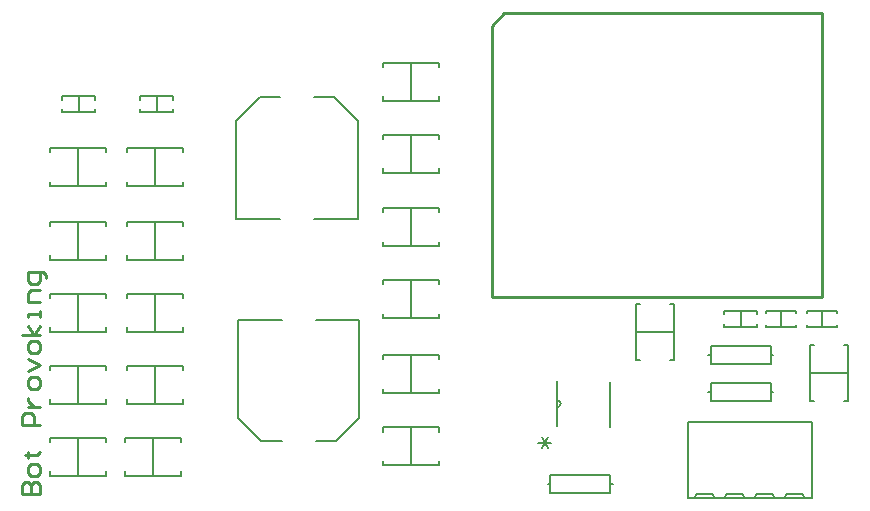
<source format=gto>
G04*
G04 #@! TF.GenerationSoftware,Altium Limited,Altium Designer,18.0.9 (584)*
G04*
G04 Layer_Color=65535*
%FSLAX25Y25*%
%MOIN*%
G70*
G01*
G75*
%ADD10C,0.00600*%
%ADD11C,0.00787*%
%ADD12C,0.00591*%
%ADD13C,0.01000*%
%ADD14C,0.00781*%
D10*
X382250Y339050D02*
G03*
X382250Y341450I0J1200D01*
G01*
X399850Y332550D02*
Y347350D01*
X382250Y341450D02*
Y347650D01*
Y339050D02*
Y341450D01*
Y332850D02*
Y339050D01*
D11*
X434000Y310000D02*
X435000Y308902D01*
X428000D02*
X429000Y310000D01*
X434000D01*
X466736Y334098D02*
X467130D01*
Y308902D02*
Y334098D01*
X425870Y308902D02*
X467130D01*
X425870D02*
Y334098D01*
X466736D01*
X459000Y310000D02*
X464000D01*
X458000Y308902D02*
X459000Y310000D01*
X464000D02*
X465000Y308902D01*
X454000Y310000D02*
X455000Y308902D01*
X448000D02*
X449000Y310000D01*
X454000D01*
X439000D02*
X444000D01*
X438000Y308902D02*
X439000Y310000D01*
X444000D02*
X445000Y308902D01*
X275365Y401925D02*
Y434602D01*
Y401925D02*
X289932D01*
X301350D02*
X315916D01*
Y434602D01*
X283239Y442476D02*
X289932D01*
X275365Y434602D02*
X283239Y442476D01*
X308043D02*
X315916Y434602D01*
X301350Y442476D02*
X308043D01*
X400000Y313500D02*
Y316500D01*
X380000D02*
X400000D01*
X380000Y310500D02*
Y316500D01*
Y310500D02*
X400000D01*
Y313500D01*
X379100D02*
X380000D01*
X400000D02*
X400900D01*
X283739Y327724D02*
X290432D01*
X275865Y335598D02*
X283739Y327724D01*
X308542D02*
X316417Y335598D01*
X301850Y327724D02*
X308542D01*
X275865Y335598D02*
Y368276D01*
X290432D01*
X301850D02*
X316417D01*
Y335598D02*
Y368276D01*
X433500Y353500D02*
Y356500D01*
Y353500D02*
X453500D01*
Y359500D01*
X433500D02*
X453500D01*
X433500Y356500D02*
Y359500D01*
X453500Y356500D02*
X454400D01*
X432600D02*
X433500D01*
Y341000D02*
Y344000D01*
Y341000D02*
X453500D01*
Y347000D01*
X433500D02*
X453500D01*
X433500Y344000D02*
Y347000D01*
X453500Y344000D02*
X454400D01*
X432600D02*
X433500D01*
D12*
X456941Y365744D02*
Y371256D01*
X451941Y370500D02*
Y371256D01*
X461941D01*
Y370500D02*
Y371256D01*
Y365744D02*
Y366500D01*
X451941Y365744D02*
X461941D01*
X451941D02*
Y366500D01*
X324232Y330941D02*
Y332417D01*
X342932D01*
Y330941D02*
Y332417D01*
Y319622D02*
Y321098D01*
X324232Y319622D02*
X342932D01*
X324232D02*
Y321098D01*
X333582Y319622D02*
Y332417D01*
X408543Y364000D02*
X421339D01*
X408543Y373350D02*
X410020D01*
X408543Y354650D02*
Y373350D01*
Y354650D02*
X410020D01*
X419862D02*
X421339D01*
Y373350D01*
X419862D02*
X421339D01*
X443441Y365744D02*
Y371256D01*
X437929Y370075D02*
Y371256D01*
X448953D01*
Y370075D02*
Y371256D01*
Y365744D02*
Y366925D01*
X437929Y365744D02*
X448953D01*
X437929D02*
Y366925D01*
X254310Y441610D02*
Y442791D01*
X243287D02*
X254310D01*
X243287Y441610D02*
Y442791D01*
Y437280D02*
Y438461D01*
Y437280D02*
X254310D01*
Y438461D01*
X248798Y437280D02*
Y442791D01*
X248141Y412638D02*
Y425433D01*
X238790Y412638D02*
Y414114D01*
Y412638D02*
X257491D01*
Y414114D01*
Y423957D02*
Y425433D01*
X238790D02*
X257491D01*
X238790Y423957D02*
Y425433D01*
X248141Y388138D02*
Y400933D01*
X238790Y388138D02*
Y389614D01*
Y388138D02*
X257491D01*
Y389614D01*
Y399457D02*
Y400933D01*
X238790D02*
X257491D01*
X238790Y399457D02*
Y400933D01*
X248141Y364138D02*
Y376933D01*
X238790Y364138D02*
Y365614D01*
Y364138D02*
X257491D01*
Y365614D01*
Y375457D02*
Y376933D01*
X238790D02*
X257491D01*
X238790Y375457D02*
Y376933D01*
X248153Y340138D02*
Y352933D01*
X238802Y340138D02*
Y341614D01*
Y340138D02*
X257503D01*
Y341614D01*
Y351457D02*
Y352933D01*
X238802D02*
X257503D01*
X238802Y351457D02*
Y352933D01*
X247653Y316138D02*
Y328933D01*
X238302Y316138D02*
Y317614D01*
Y316138D02*
X257003D01*
Y317614D01*
Y327457D02*
Y328933D01*
X238302D02*
X257003D01*
X238302Y327457D02*
Y328933D01*
X228310Y441610D02*
Y442791D01*
X217287D02*
X228310D01*
X217287Y441610D02*
Y442791D01*
Y437280D02*
Y438461D01*
Y437280D02*
X228310D01*
Y438461D01*
X222798Y437280D02*
Y442791D01*
X222641Y412638D02*
Y425433D01*
X213291Y412638D02*
Y414114D01*
Y412638D02*
X231991D01*
Y414114D01*
Y423957D02*
Y425433D01*
X213291D02*
X231991D01*
X213291Y423957D02*
Y425433D01*
X222641Y388138D02*
Y400933D01*
X213291Y388138D02*
Y389614D01*
Y388138D02*
X231991D01*
Y389614D01*
Y399457D02*
Y400933D01*
X213291D02*
X231991D01*
X213291Y399457D02*
Y400933D01*
X222641Y364138D02*
Y376933D01*
X213291Y364138D02*
Y365614D01*
Y364138D02*
X231991D01*
Y365614D01*
Y375457D02*
Y376933D01*
X213291D02*
X231991D01*
X213291Y375457D02*
Y376933D01*
X222641Y340138D02*
Y352933D01*
X213291Y340138D02*
Y341614D01*
Y340138D02*
X231991D01*
Y341614D01*
Y351457D02*
Y352933D01*
X213291D02*
X231991D01*
X213291Y351457D02*
Y352933D01*
X222641Y316138D02*
Y328933D01*
X213291Y316138D02*
Y317614D01*
Y316138D02*
X231991D01*
Y317614D01*
Y327457D02*
Y328933D01*
X213291D02*
X231991D01*
X213291Y327457D02*
Y328933D01*
X324255Y452457D02*
Y453933D01*
X342956D01*
Y452457D02*
Y453933D01*
Y441138D02*
Y442614D01*
X324255Y441138D02*
X342956D01*
X324255D02*
Y442614D01*
X333606Y441138D02*
Y453933D01*
X324255Y428457D02*
Y429933D01*
X342956D01*
Y428457D02*
Y429933D01*
Y417138D02*
Y418614D01*
X324255Y417138D02*
X342956D01*
X324255D02*
Y418614D01*
X333606Y417138D02*
Y429933D01*
X324255Y403957D02*
Y405433D01*
X342956D01*
Y403957D02*
Y405433D01*
Y392638D02*
Y394114D01*
X324255Y392638D02*
X342956D01*
X324255D02*
Y394114D01*
X333606Y392638D02*
Y405433D01*
X324255Y379957D02*
Y381433D01*
X342956D01*
Y379957D02*
Y381433D01*
Y368638D02*
Y370114D01*
X324255Y368638D02*
X342956D01*
X324255D02*
Y370114D01*
X333606Y368638D02*
Y381433D01*
X324279Y354957D02*
Y356433D01*
X342980D01*
Y354957D02*
Y356433D01*
Y343638D02*
Y345114D01*
X324279Y343638D02*
X342980D01*
X324279D02*
Y345114D01*
X333629Y343638D02*
Y356433D01*
X466602Y350500D02*
X479398D01*
X466602Y359850D02*
X468079D01*
X466602Y341150D02*
Y359850D01*
Y341150D02*
X468079D01*
X477921D02*
X479398D01*
Y359850D01*
X477921D02*
X479398D01*
X470441Y365744D02*
Y371256D01*
X475441Y365744D02*
Y366500D01*
X465441Y365744D02*
X475441D01*
X465441D02*
Y366500D01*
Y370500D02*
Y371256D01*
X475441D01*
Y370500D02*
Y371256D01*
D13*
X360546Y466213D02*
X364759Y470425D01*
X470546D01*
Y375937D02*
Y470425D01*
X360546Y375937D02*
Y466213D01*
Y375937D02*
X470546D01*
X204002Y310000D02*
X210000D01*
Y312999D01*
X209000Y313999D01*
X208001D01*
X207001Y312999D01*
Y310000D01*
Y312999D01*
X206001Y313999D01*
X205002D01*
X204002Y312999D01*
Y310000D01*
X210000Y316998D02*
Y318997D01*
X209000Y319997D01*
X207001D01*
X206001Y318997D01*
Y316998D01*
X207001Y315998D01*
X209000D01*
X210000Y316998D01*
X205002Y322996D02*
X206001D01*
Y321996D01*
Y323995D01*
Y322996D01*
X209000D01*
X210000Y323995D01*
Y332993D02*
X204002D01*
Y335992D01*
X205002Y336991D01*
X207001D01*
X208001Y335992D01*
Y332993D01*
X206001Y338991D02*
X210000D01*
X208001D01*
X207001Y339990D01*
X206001Y340990D01*
Y341990D01*
X210000Y345988D02*
Y347988D01*
X209000Y348987D01*
X207001D01*
X206001Y347988D01*
Y345988D01*
X207001Y344989D01*
X209000D01*
X210000Y345988D01*
X206001Y350987D02*
X210000Y352986D01*
X206001Y354985D01*
X210000Y357984D02*
Y359984D01*
X209000Y360983D01*
X207001D01*
X206001Y359984D01*
Y357984D01*
X207001Y356985D01*
X209000D01*
X210000Y357984D01*
Y362983D02*
X204002D01*
X208001D02*
X206001Y365982D01*
X208001Y362983D02*
X210000Y365982D01*
Y368981D02*
Y370980D01*
Y369981D01*
X206001D01*
Y368981D01*
X210000Y373979D02*
X206001D01*
Y376978D01*
X207001Y377978D01*
X210000D01*
X211999Y381977D02*
Y382976D01*
X211000Y383976D01*
X206001D01*
Y380977D01*
X207001Y379977D01*
X209000D01*
X210000Y380977D01*
Y383976D01*
D14*
X376054Y327207D02*
X380271D01*
X377108Y325450D02*
X379217Y328964D01*
X377108D02*
X379217Y325450D01*
M02*

</source>
